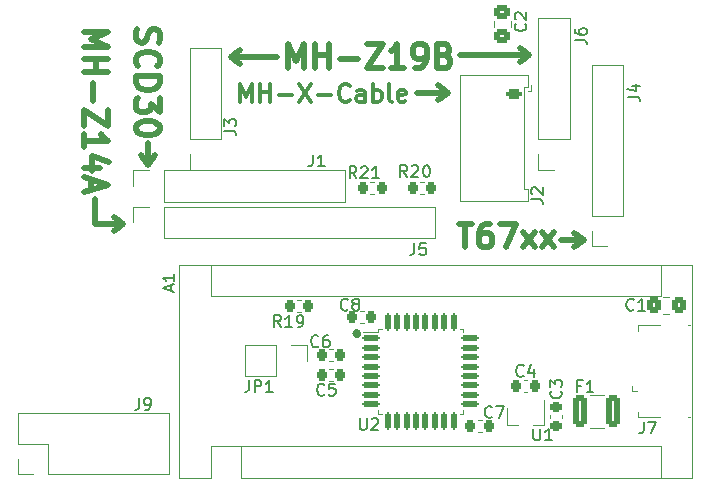
<source format=gbr>
%TF.GenerationSoftware,KiCad,Pcbnew,5.99.0-unknown-04793924d~104~ubuntu20.04.1*%
%TF.CreationDate,2020-11-08T20:52:43+01:00*%
%TF.ProjectId,co2mon,636f326d-6f6e-42e6-9b69-6361645f7063,rev?*%
%TF.SameCoordinates,Original*%
%TF.FileFunction,Legend,Top*%
%TF.FilePolarity,Positive*%
%FSLAX46Y46*%
G04 Gerber Fmt 4.6, Leading zero omitted, Abs format (unit mm)*
G04 Created by KiCad (PCBNEW 5.99.0-unknown-04793924d~104~ubuntu20.04.1) date 2020-11-08 20:52:43*
%MOMM*%
%LPD*%
G01*
G04 APERTURE LIST*
G04 Aperture macros list*
%AMRoundRect*
0 Rectangle with rounded corners*
0 $1 Rounding radius*
0 $2 $3 $4 $5 $6 $7 $8 $9 X,Y pos of 4 corners*
0 Add a 4 corners polygon primitive as box body*
4,1,4,$2,$3,$4,$5,$6,$7,$8,$9,$2,$3,0*
0 Add four circle primitives for the rounded corners*
1,1,$1+$1,$2,$3,0*
1,1,$1+$1,$4,$5,0*
1,1,$1+$1,$6,$7,0*
1,1,$1+$1,$8,$9,0*
0 Add four rect primitives between the rounded corners*
20,1,$1+$1,$2,$3,$4,$5,0*
20,1,$1+$1,$4,$5,$6,$7,0*
20,1,$1+$1,$6,$7,$8,$9,0*
20,1,$1+$1,$8,$9,$2,$3,0*%
G04 Aperture macros list end*
%ADD10C,0.500000*%
%ADD11C,0.300000*%
%ADD12C,0.375000*%
%ADD13C,0.150000*%
%ADD14C,0.120000*%
%ADD15R,1.700000X1.700000*%
%ADD16O,1.700000X1.700000*%
%ADD17C,1.500000*%
%ADD18C,3.200000*%
%ADD19RoundRect,0.125000X-0.625000X-0.125000X0.625000X-0.125000X0.625000X0.125000X-0.625000X0.125000X0*%
%ADD20RoundRect,0.125000X-0.125000X-0.625000X0.125000X-0.625000X0.125000X0.625000X-0.125000X0.625000X0*%
%ADD21RoundRect,0.218750X0.218750X0.256250X-0.218750X0.256250X-0.218750X-0.256250X0.218750X-0.256250X0*%
%ADD22R,1.600000X1.600000*%
%ADD23O,1.600000X1.600000*%
%ADD24RoundRect,0.218750X-0.218750X-0.256250X0.218750X-0.256250X0.218750X0.256250X-0.218750X0.256250X0*%
%ADD25RoundRect,0.250000X0.450000X-0.325000X0.450000X0.325000X-0.450000X0.325000X-0.450000X-0.325000X0*%
%ADD26RoundRect,0.218750X-0.256250X0.218750X-0.256250X-0.218750X0.256250X-0.218750X0.256250X0.218750X0*%
%ADD27RoundRect,0.250000X0.325000X0.450000X-0.325000X0.450000X-0.325000X-0.450000X0.325000X-0.450000X0*%
%ADD28RoundRect,0.200000X-0.450000X0.200000X-0.450000X-0.200000X0.450000X-0.200000X0.450000X0.200000X0*%
%ADD29O,1.300000X0.800000*%
%ADD30RoundRect,0.250000X-0.375000X-1.075000X0.375000X-1.075000X0.375000X1.075000X-0.375000X1.075000X0*%
%ADD31R,1.350000X0.400000*%
%ADD32C,1.450000*%
%ADD33R,1.900000X1.200000*%
%ADD34R,1.900000X1.500000*%
%ADD35O,1.900000X1.200000*%
%ADD36R,0.800000X0.900000*%
G04 APERTURE END LIST*
D10*
X136900000Y-115800000D02*
X138700000Y-115800000D01*
X99800000Y-114400000D02*
X99000000Y-113800000D01*
X101900000Y-109400000D02*
X102500000Y-108600000D01*
X109700000Y-99700000D02*
X108900000Y-100300000D01*
X138800000Y-115800000D02*
X138000000Y-115200000D01*
X109000000Y-100300000D02*
X112800000Y-100300000D01*
X134200000Y-100100000D02*
X133400000Y-99500000D01*
X99800000Y-114400000D02*
X97400000Y-114400000D01*
X108900000Y-100300000D02*
X109700000Y-100900000D01*
X133400000Y-100700000D02*
X134200000Y-100100000D01*
X97400000Y-114400000D02*
X97400000Y-112300000D01*
X127300000Y-103300000D02*
X126500000Y-102700000D01*
X101900000Y-109400000D02*
X101900000Y-107600000D01*
X138000000Y-116400000D02*
X138800000Y-115800000D01*
X127200000Y-103300000D02*
X124700000Y-103300000D01*
X101300000Y-108600000D02*
X101900000Y-109400000D01*
X126500000Y-103900000D02*
X127300000Y-103300000D01*
X99000000Y-115000000D02*
X99800000Y-114400000D01*
X128300000Y-100100000D02*
X134100000Y-100100000D01*
D11*
X119816227Y-123700000D02*
G75*
G03*
X119816227Y-123700000I-216227J0D01*
G01*
D10*
X100990476Y-97923809D02*
X100895238Y-98209523D01*
X100895238Y-98685714D01*
X100990476Y-98876190D01*
X101085714Y-98971428D01*
X101276190Y-99066666D01*
X101466666Y-99066666D01*
X101657142Y-98971428D01*
X101752380Y-98876190D01*
X101847619Y-98685714D01*
X101942857Y-98304761D01*
X102038095Y-98114285D01*
X102133333Y-98019047D01*
X102323809Y-97923809D01*
X102514285Y-97923809D01*
X102704761Y-98019047D01*
X102800000Y-98114285D01*
X102895238Y-98304761D01*
X102895238Y-98780952D01*
X102800000Y-99066666D01*
X101085714Y-101066666D02*
X100990476Y-100971428D01*
X100895238Y-100685714D01*
X100895238Y-100495238D01*
X100990476Y-100209523D01*
X101180952Y-100019047D01*
X101371428Y-99923809D01*
X101752380Y-99828571D01*
X102038095Y-99828571D01*
X102419047Y-99923809D01*
X102609523Y-100019047D01*
X102800000Y-100209523D01*
X102895238Y-100495238D01*
X102895238Y-100685714D01*
X102800000Y-100971428D01*
X102704761Y-101066666D01*
X100895238Y-101923809D02*
X102895238Y-101923809D01*
X102895238Y-102400000D01*
X102800000Y-102685714D01*
X102609523Y-102876190D01*
X102419047Y-102971428D01*
X102038095Y-103066666D01*
X101752380Y-103066666D01*
X101371428Y-102971428D01*
X101180952Y-102876190D01*
X100990476Y-102685714D01*
X100895238Y-102400000D01*
X100895238Y-101923809D01*
X102895238Y-103733333D02*
X102895238Y-104971428D01*
X102133333Y-104304761D01*
X102133333Y-104590476D01*
X102038095Y-104780952D01*
X101942857Y-104876190D01*
X101752380Y-104971428D01*
X101276190Y-104971428D01*
X101085714Y-104876190D01*
X100990476Y-104780952D01*
X100895238Y-104590476D01*
X100895238Y-104019047D01*
X100990476Y-103828571D01*
X101085714Y-103733333D01*
X102895238Y-106209523D02*
X102895238Y-106400000D01*
X102800000Y-106590476D01*
X102704761Y-106685714D01*
X102514285Y-106780952D01*
X102133333Y-106876190D01*
X101657142Y-106876190D01*
X101276190Y-106780952D01*
X101085714Y-106685714D01*
X100990476Y-106590476D01*
X100895238Y-106400000D01*
X100895238Y-106209523D01*
X100990476Y-106019047D01*
X101085714Y-105923809D01*
X101276190Y-105828571D01*
X101657142Y-105733333D01*
X102133333Y-105733333D01*
X102514285Y-105828571D01*
X102704761Y-105923809D01*
X102800000Y-106019047D01*
X102895238Y-106209523D01*
D12*
X109699107Y-104078571D02*
X109699107Y-102578571D01*
X110199107Y-103650000D01*
X110699107Y-102578571D01*
X110699107Y-104078571D01*
X111413392Y-104078571D02*
X111413392Y-102578571D01*
X111413392Y-103292857D02*
X112270535Y-103292857D01*
X112270535Y-104078571D02*
X112270535Y-102578571D01*
X112984821Y-103507142D02*
X114127678Y-103507142D01*
X114699107Y-102578571D02*
X115699107Y-104078571D01*
X115699107Y-102578571D02*
X114699107Y-104078571D01*
X116270535Y-103507142D02*
X117413392Y-103507142D01*
X118984821Y-103935714D02*
X118913392Y-104007142D01*
X118699107Y-104078571D01*
X118556250Y-104078571D01*
X118341964Y-104007142D01*
X118199107Y-103864285D01*
X118127678Y-103721428D01*
X118056250Y-103435714D01*
X118056250Y-103221428D01*
X118127678Y-102935714D01*
X118199107Y-102792857D01*
X118341964Y-102650000D01*
X118556250Y-102578571D01*
X118699107Y-102578571D01*
X118913392Y-102650000D01*
X118984821Y-102721428D01*
X120270535Y-104078571D02*
X120270535Y-103292857D01*
X120199107Y-103150000D01*
X120056250Y-103078571D01*
X119770535Y-103078571D01*
X119627678Y-103150000D01*
X120270535Y-104007142D02*
X120127678Y-104078571D01*
X119770535Y-104078571D01*
X119627678Y-104007142D01*
X119556250Y-103864285D01*
X119556250Y-103721428D01*
X119627678Y-103578571D01*
X119770535Y-103507142D01*
X120127678Y-103507142D01*
X120270535Y-103435714D01*
X120984821Y-104078571D02*
X120984821Y-102578571D01*
X120984821Y-103150000D02*
X121127678Y-103078571D01*
X121413392Y-103078571D01*
X121556250Y-103150000D01*
X121627678Y-103221428D01*
X121699107Y-103364285D01*
X121699107Y-103792857D01*
X121627678Y-103935714D01*
X121556250Y-104007142D01*
X121413392Y-104078571D01*
X121127678Y-104078571D01*
X120984821Y-104007142D01*
X122556250Y-104078571D02*
X122413392Y-104007142D01*
X122341964Y-103864285D01*
X122341964Y-102578571D01*
X123699107Y-104007142D02*
X123556250Y-104078571D01*
X123270535Y-104078571D01*
X123127678Y-104007142D01*
X123056250Y-103864285D01*
X123056250Y-103292857D01*
X123127678Y-103150000D01*
X123270535Y-103078571D01*
X123556250Y-103078571D01*
X123699107Y-103150000D01*
X123770535Y-103292857D01*
X123770535Y-103435714D01*
X123056250Y-103578571D01*
D10*
X96495238Y-98133333D02*
X98495238Y-98133333D01*
X97066666Y-98800000D01*
X98495238Y-99466666D01*
X96495238Y-99466666D01*
X96495238Y-100419047D02*
X98495238Y-100419047D01*
X97542857Y-100419047D02*
X97542857Y-101561904D01*
X96495238Y-101561904D02*
X98495238Y-101561904D01*
X97257142Y-102514285D02*
X97257142Y-104038095D01*
X98495238Y-104800000D02*
X98495238Y-106133333D01*
X96495238Y-104800000D01*
X96495238Y-106133333D01*
X96495238Y-107942857D02*
X96495238Y-106800000D01*
X96495238Y-107371428D02*
X98495238Y-107371428D01*
X98209523Y-107180952D01*
X98019047Y-106990476D01*
X97923809Y-106800000D01*
X97828571Y-109657142D02*
X96495238Y-109657142D01*
X98590476Y-109180952D02*
X97161904Y-108704761D01*
X97161904Y-109942857D01*
X97066666Y-110609523D02*
X97066666Y-111561904D01*
X96495238Y-110419047D02*
X98495238Y-111085714D01*
X96495238Y-111752380D01*
X128204761Y-114404761D02*
X129347619Y-114404761D01*
X128776190Y-116404761D02*
X128776190Y-114404761D01*
X130871428Y-114404761D02*
X130490476Y-114404761D01*
X130300000Y-114500000D01*
X130204761Y-114595238D01*
X130014285Y-114880952D01*
X129919047Y-115261904D01*
X129919047Y-116023809D01*
X130014285Y-116214285D01*
X130109523Y-116309523D01*
X130300000Y-116404761D01*
X130680952Y-116404761D01*
X130871428Y-116309523D01*
X130966666Y-116214285D01*
X131061904Y-116023809D01*
X131061904Y-115547619D01*
X130966666Y-115357142D01*
X130871428Y-115261904D01*
X130680952Y-115166666D01*
X130300000Y-115166666D01*
X130109523Y-115261904D01*
X130014285Y-115357142D01*
X129919047Y-115547619D01*
X131728571Y-114404761D02*
X133061904Y-114404761D01*
X132204761Y-116404761D01*
X133633333Y-116404761D02*
X134680952Y-115071428D01*
X133633333Y-115071428D02*
X134680952Y-116404761D01*
X135252380Y-116404761D02*
X136300000Y-115071428D01*
X135252380Y-115071428D02*
X136300000Y-116404761D01*
X113790476Y-101204761D02*
X113790476Y-99204761D01*
X114457142Y-100633333D01*
X115123809Y-99204761D01*
X115123809Y-101204761D01*
X116076190Y-101204761D02*
X116076190Y-99204761D01*
X116076190Y-100157142D02*
X117219047Y-100157142D01*
X117219047Y-101204761D02*
X117219047Y-99204761D01*
X118171428Y-100442857D02*
X119695238Y-100442857D01*
X120457142Y-99204761D02*
X121790476Y-99204761D01*
X120457142Y-101204761D01*
X121790476Y-101204761D01*
X123600000Y-101204761D02*
X122457142Y-101204761D01*
X123028571Y-101204761D02*
X123028571Y-99204761D01*
X122838095Y-99490476D01*
X122647619Y-99680952D01*
X122457142Y-99776190D01*
X124552380Y-101204761D02*
X124933333Y-101204761D01*
X125123809Y-101109523D01*
X125219047Y-101014285D01*
X125409523Y-100728571D01*
X125504761Y-100347619D01*
X125504761Y-99585714D01*
X125409523Y-99395238D01*
X125314285Y-99300000D01*
X125123809Y-99204761D01*
X124742857Y-99204761D01*
X124552380Y-99300000D01*
X124457142Y-99395238D01*
X124361904Y-99585714D01*
X124361904Y-100061904D01*
X124457142Y-100252380D01*
X124552380Y-100347619D01*
X124742857Y-100442857D01*
X125123809Y-100442857D01*
X125314285Y-100347619D01*
X125409523Y-100252380D01*
X125504761Y-100061904D01*
X127028571Y-100157142D02*
X127314285Y-100252380D01*
X127409523Y-100347619D01*
X127504761Y-100538095D01*
X127504761Y-100823809D01*
X127409523Y-101014285D01*
X127314285Y-101109523D01*
X127123809Y-101204761D01*
X126361904Y-101204761D01*
X126361904Y-99204761D01*
X127028571Y-99204761D01*
X127219047Y-99300000D01*
X127314285Y-99395238D01*
X127409523Y-99585714D01*
X127409523Y-99776190D01*
X127314285Y-99966666D01*
X127219047Y-100061904D01*
X127028571Y-100157142D01*
X126361904Y-100157142D01*
D13*
%TO.C,J4*%
X142552380Y-103633333D02*
X143266666Y-103633333D01*
X143409523Y-103680952D01*
X143504761Y-103776190D01*
X143552380Y-103919047D01*
X143552380Y-104014285D01*
X142885714Y-102728571D02*
X143552380Y-102728571D01*
X142504761Y-102966666D02*
X143219047Y-103204761D01*
X143219047Y-102585714D01*
%TO.C,JP1*%
X110466666Y-127652380D02*
X110466666Y-128366666D01*
X110419047Y-128509523D01*
X110323809Y-128604761D01*
X110180952Y-128652380D01*
X110085714Y-128652380D01*
X110942857Y-128652380D02*
X110942857Y-127652380D01*
X111323809Y-127652380D01*
X111419047Y-127700000D01*
X111466666Y-127747619D01*
X111514285Y-127842857D01*
X111514285Y-127985714D01*
X111466666Y-128080952D01*
X111419047Y-128128571D01*
X111323809Y-128176190D01*
X110942857Y-128176190D01*
X112466666Y-128652380D02*
X111895238Y-128652380D01*
X112180952Y-128652380D02*
X112180952Y-127652380D01*
X112085714Y-127795238D01*
X111990476Y-127890476D01*
X111895238Y-127938095D01*
%TO.C,U2*%
X119838095Y-130852380D02*
X119838095Y-131661904D01*
X119885714Y-131757142D01*
X119933333Y-131804761D01*
X120028571Y-131852380D01*
X120219047Y-131852380D01*
X120314285Y-131804761D01*
X120361904Y-131757142D01*
X120409523Y-131661904D01*
X120409523Y-130852380D01*
X120838095Y-130947619D02*
X120885714Y-130900000D01*
X120980952Y-130852380D01*
X121219047Y-130852380D01*
X121314285Y-130900000D01*
X121361904Y-130947619D01*
X121409523Y-131042857D01*
X121409523Y-131138095D01*
X121361904Y-131280952D01*
X120790476Y-131852380D01*
X121409523Y-131852380D01*
%TO.C,C5*%
X116833333Y-128857142D02*
X116785714Y-128904761D01*
X116642857Y-128952380D01*
X116547619Y-128952380D01*
X116404761Y-128904761D01*
X116309523Y-128809523D01*
X116261904Y-128714285D01*
X116214285Y-128523809D01*
X116214285Y-128380952D01*
X116261904Y-128190476D01*
X116309523Y-128095238D01*
X116404761Y-128000000D01*
X116547619Y-127952380D01*
X116642857Y-127952380D01*
X116785714Y-128000000D01*
X116833333Y-128047619D01*
X117738095Y-127952380D02*
X117261904Y-127952380D01*
X117214285Y-128428571D01*
X117261904Y-128380952D01*
X117357142Y-128333333D01*
X117595238Y-128333333D01*
X117690476Y-128380952D01*
X117738095Y-128428571D01*
X117785714Y-128523809D01*
X117785714Y-128761904D01*
X117738095Y-128857142D01*
X117690476Y-128904761D01*
X117595238Y-128952380D01*
X117357142Y-128952380D01*
X117261904Y-128904761D01*
X117214285Y-128857142D01*
%TO.C,A1*%
X103866666Y-120114285D02*
X103866666Y-119638095D01*
X104152380Y-120209523D02*
X103152380Y-119876190D01*
X104152380Y-119542857D01*
X104152380Y-118685714D02*
X104152380Y-119257142D01*
X104152380Y-118971428D02*
X103152380Y-118971428D01*
X103295238Y-119066666D01*
X103390476Y-119161904D01*
X103438095Y-119257142D01*
%TO.C,R19*%
X113157142Y-123152380D02*
X112823809Y-122676190D01*
X112585714Y-123152380D02*
X112585714Y-122152380D01*
X112966666Y-122152380D01*
X113061904Y-122200000D01*
X113109523Y-122247619D01*
X113157142Y-122342857D01*
X113157142Y-122485714D01*
X113109523Y-122580952D01*
X113061904Y-122628571D01*
X112966666Y-122676190D01*
X112585714Y-122676190D01*
X114109523Y-123152380D02*
X113538095Y-123152380D01*
X113823809Y-123152380D02*
X113823809Y-122152380D01*
X113728571Y-122295238D01*
X113633333Y-122390476D01*
X113538095Y-122438095D01*
X114585714Y-123152380D02*
X114776190Y-123152380D01*
X114871428Y-123104761D01*
X114919047Y-123057142D01*
X115014285Y-122914285D01*
X115061904Y-122723809D01*
X115061904Y-122342857D01*
X115014285Y-122247619D01*
X114966666Y-122200000D01*
X114871428Y-122152380D01*
X114680952Y-122152380D01*
X114585714Y-122200000D01*
X114538095Y-122247619D01*
X114490476Y-122342857D01*
X114490476Y-122580952D01*
X114538095Y-122676190D01*
X114585714Y-122723809D01*
X114680952Y-122771428D01*
X114871428Y-122771428D01*
X114966666Y-122723809D01*
X115014285Y-122676190D01*
X115061904Y-122580952D01*
%TO.C,C2*%
X133857142Y-97466666D02*
X133904761Y-97514285D01*
X133952380Y-97657142D01*
X133952380Y-97752380D01*
X133904761Y-97895238D01*
X133809523Y-97990476D01*
X133714285Y-98038095D01*
X133523809Y-98085714D01*
X133380952Y-98085714D01*
X133190476Y-98038095D01*
X133095238Y-97990476D01*
X133000000Y-97895238D01*
X132952380Y-97752380D01*
X132952380Y-97657142D01*
X133000000Y-97514285D01*
X133047619Y-97466666D01*
X133047619Y-97085714D02*
X133000000Y-97038095D01*
X132952380Y-96942857D01*
X132952380Y-96704761D01*
X133000000Y-96609523D01*
X133047619Y-96561904D01*
X133142857Y-96514285D01*
X133238095Y-96514285D01*
X133380952Y-96561904D01*
X133952380Y-97133333D01*
X133952380Y-96514285D01*
%TO.C,C3*%
X136857142Y-128566666D02*
X136904761Y-128614285D01*
X136952380Y-128757142D01*
X136952380Y-128852380D01*
X136904761Y-128995238D01*
X136809523Y-129090476D01*
X136714285Y-129138095D01*
X136523809Y-129185714D01*
X136380952Y-129185714D01*
X136190476Y-129138095D01*
X136095238Y-129090476D01*
X136000000Y-128995238D01*
X135952380Y-128852380D01*
X135952380Y-128757142D01*
X136000000Y-128614285D01*
X136047619Y-128566666D01*
X135952380Y-128233333D02*
X135952380Y-127614285D01*
X136333333Y-127947619D01*
X136333333Y-127804761D01*
X136380952Y-127709523D01*
X136428571Y-127661904D01*
X136523809Y-127614285D01*
X136761904Y-127614285D01*
X136857142Y-127661904D01*
X136904761Y-127709523D01*
X136952380Y-127804761D01*
X136952380Y-128090476D01*
X136904761Y-128185714D01*
X136857142Y-128233333D01*
%TO.C,J3*%
X108352380Y-106533333D02*
X109066666Y-106533333D01*
X109209523Y-106580952D01*
X109304761Y-106676190D01*
X109352380Y-106819047D01*
X109352380Y-106914285D01*
X108352380Y-106152380D02*
X108352380Y-105533333D01*
X108733333Y-105866666D01*
X108733333Y-105723809D01*
X108780952Y-105628571D01*
X108828571Y-105580952D01*
X108923809Y-105533333D01*
X109161904Y-105533333D01*
X109257142Y-105580952D01*
X109304761Y-105628571D01*
X109352380Y-105723809D01*
X109352380Y-106009523D01*
X109304761Y-106104761D01*
X109257142Y-106152380D01*
%TO.C,R21*%
X119557142Y-110552380D02*
X119223809Y-110076190D01*
X118985714Y-110552380D02*
X118985714Y-109552380D01*
X119366666Y-109552380D01*
X119461904Y-109600000D01*
X119509523Y-109647619D01*
X119557142Y-109742857D01*
X119557142Y-109885714D01*
X119509523Y-109980952D01*
X119461904Y-110028571D01*
X119366666Y-110076190D01*
X118985714Y-110076190D01*
X119938095Y-109647619D02*
X119985714Y-109600000D01*
X120080952Y-109552380D01*
X120319047Y-109552380D01*
X120414285Y-109600000D01*
X120461904Y-109647619D01*
X120509523Y-109742857D01*
X120509523Y-109838095D01*
X120461904Y-109980952D01*
X119890476Y-110552380D01*
X120509523Y-110552380D01*
X121461904Y-110552380D02*
X120890476Y-110552380D01*
X121176190Y-110552380D02*
X121176190Y-109552380D01*
X121080952Y-109695238D01*
X120985714Y-109790476D01*
X120890476Y-109838095D01*
%TO.C,J5*%
X124466666Y-116052380D02*
X124466666Y-116766666D01*
X124419047Y-116909523D01*
X124323809Y-117004761D01*
X124180952Y-117052380D01*
X124085714Y-117052380D01*
X125419047Y-116052380D02*
X124942857Y-116052380D01*
X124895238Y-116528571D01*
X124942857Y-116480952D01*
X125038095Y-116433333D01*
X125276190Y-116433333D01*
X125371428Y-116480952D01*
X125419047Y-116528571D01*
X125466666Y-116623809D01*
X125466666Y-116861904D01*
X125419047Y-116957142D01*
X125371428Y-117004761D01*
X125276190Y-117052380D01*
X125038095Y-117052380D01*
X124942857Y-117004761D01*
X124895238Y-116957142D01*
%TO.C,C6*%
X116333333Y-124757142D02*
X116285714Y-124804761D01*
X116142857Y-124852380D01*
X116047619Y-124852380D01*
X115904761Y-124804761D01*
X115809523Y-124709523D01*
X115761904Y-124614285D01*
X115714285Y-124423809D01*
X115714285Y-124280952D01*
X115761904Y-124090476D01*
X115809523Y-123995238D01*
X115904761Y-123900000D01*
X116047619Y-123852380D01*
X116142857Y-123852380D01*
X116285714Y-123900000D01*
X116333333Y-123947619D01*
X117190476Y-123852380D02*
X117000000Y-123852380D01*
X116904761Y-123900000D01*
X116857142Y-123947619D01*
X116761904Y-124090476D01*
X116714285Y-124280952D01*
X116714285Y-124661904D01*
X116761904Y-124757142D01*
X116809523Y-124804761D01*
X116904761Y-124852380D01*
X117095238Y-124852380D01*
X117190476Y-124804761D01*
X117238095Y-124757142D01*
X117285714Y-124661904D01*
X117285714Y-124423809D01*
X117238095Y-124328571D01*
X117190476Y-124280952D01*
X117095238Y-124233333D01*
X116904761Y-124233333D01*
X116809523Y-124280952D01*
X116761904Y-124328571D01*
X116714285Y-124423809D01*
%TO.C,C8*%
X118833333Y-121657142D02*
X118785714Y-121704761D01*
X118642857Y-121752380D01*
X118547619Y-121752380D01*
X118404761Y-121704761D01*
X118309523Y-121609523D01*
X118261904Y-121514285D01*
X118214285Y-121323809D01*
X118214285Y-121180952D01*
X118261904Y-120990476D01*
X118309523Y-120895238D01*
X118404761Y-120800000D01*
X118547619Y-120752380D01*
X118642857Y-120752380D01*
X118785714Y-120800000D01*
X118833333Y-120847619D01*
X119404761Y-121180952D02*
X119309523Y-121133333D01*
X119261904Y-121085714D01*
X119214285Y-120990476D01*
X119214285Y-120942857D01*
X119261904Y-120847619D01*
X119309523Y-120800000D01*
X119404761Y-120752380D01*
X119595238Y-120752380D01*
X119690476Y-120800000D01*
X119738095Y-120847619D01*
X119785714Y-120942857D01*
X119785714Y-120990476D01*
X119738095Y-121085714D01*
X119690476Y-121133333D01*
X119595238Y-121180952D01*
X119404761Y-121180952D01*
X119309523Y-121228571D01*
X119261904Y-121276190D01*
X119214285Y-121371428D01*
X119214285Y-121561904D01*
X119261904Y-121657142D01*
X119309523Y-121704761D01*
X119404761Y-121752380D01*
X119595238Y-121752380D01*
X119690476Y-121704761D01*
X119738095Y-121657142D01*
X119785714Y-121561904D01*
X119785714Y-121371428D01*
X119738095Y-121276190D01*
X119690476Y-121228571D01*
X119595238Y-121180952D01*
%TO.C,J9*%
X101166666Y-129152380D02*
X101166666Y-129866666D01*
X101119047Y-130009523D01*
X101023809Y-130104761D01*
X100880952Y-130152380D01*
X100785714Y-130152380D01*
X101690476Y-130152380D02*
X101880952Y-130152380D01*
X101976190Y-130104761D01*
X102023809Y-130057142D01*
X102119047Y-129914285D01*
X102166666Y-129723809D01*
X102166666Y-129342857D01*
X102119047Y-129247619D01*
X102071428Y-129200000D01*
X101976190Y-129152380D01*
X101785714Y-129152380D01*
X101690476Y-129200000D01*
X101642857Y-129247619D01*
X101595238Y-129342857D01*
X101595238Y-129580952D01*
X101642857Y-129676190D01*
X101690476Y-129723809D01*
X101785714Y-129771428D01*
X101976190Y-129771428D01*
X102071428Y-129723809D01*
X102119047Y-129676190D01*
X102166666Y-129580952D01*
%TO.C,C4*%
X133703333Y-127257142D02*
X133655714Y-127304761D01*
X133512857Y-127352380D01*
X133417619Y-127352380D01*
X133274761Y-127304761D01*
X133179523Y-127209523D01*
X133131904Y-127114285D01*
X133084285Y-126923809D01*
X133084285Y-126780952D01*
X133131904Y-126590476D01*
X133179523Y-126495238D01*
X133274761Y-126400000D01*
X133417619Y-126352380D01*
X133512857Y-126352380D01*
X133655714Y-126400000D01*
X133703333Y-126447619D01*
X134560476Y-126685714D02*
X134560476Y-127352380D01*
X134322380Y-126304761D02*
X134084285Y-127019047D01*
X134703333Y-127019047D01*
%TO.C,C1*%
X143033333Y-121657142D02*
X142985714Y-121704761D01*
X142842857Y-121752380D01*
X142747619Y-121752380D01*
X142604761Y-121704761D01*
X142509523Y-121609523D01*
X142461904Y-121514285D01*
X142414285Y-121323809D01*
X142414285Y-121180952D01*
X142461904Y-120990476D01*
X142509523Y-120895238D01*
X142604761Y-120800000D01*
X142747619Y-120752380D01*
X142842857Y-120752380D01*
X142985714Y-120800000D01*
X143033333Y-120847619D01*
X143985714Y-121752380D02*
X143414285Y-121752380D01*
X143700000Y-121752380D02*
X143700000Y-120752380D01*
X143604761Y-120895238D01*
X143509523Y-120990476D01*
X143414285Y-121038095D01*
%TO.C,J2*%
X134352380Y-112333333D02*
X135066666Y-112333333D01*
X135209523Y-112380952D01*
X135304761Y-112476190D01*
X135352380Y-112619047D01*
X135352380Y-112714285D01*
X134447619Y-111904761D02*
X134400000Y-111857142D01*
X134352380Y-111761904D01*
X134352380Y-111523809D01*
X134400000Y-111428571D01*
X134447619Y-111380952D01*
X134542857Y-111333333D01*
X134638095Y-111333333D01*
X134780952Y-111380952D01*
X135352380Y-111952380D01*
X135352380Y-111333333D01*
%TO.C,F1*%
X138566666Y-128128571D02*
X138233333Y-128128571D01*
X138233333Y-128652380D02*
X138233333Y-127652380D01*
X138709523Y-127652380D01*
X139614285Y-128652380D02*
X139042857Y-128652380D01*
X139328571Y-128652380D02*
X139328571Y-127652380D01*
X139233333Y-127795238D01*
X139138095Y-127890476D01*
X139042857Y-127938095D01*
%TO.C,J6*%
X138052380Y-98833333D02*
X138766666Y-98833333D01*
X138909523Y-98880952D01*
X139004761Y-98976190D01*
X139052380Y-99119047D01*
X139052380Y-99214285D01*
X138052380Y-97928571D02*
X138052380Y-98119047D01*
X138100000Y-98214285D01*
X138147619Y-98261904D01*
X138290476Y-98357142D01*
X138480952Y-98404761D01*
X138861904Y-98404761D01*
X138957142Y-98357142D01*
X139004761Y-98309523D01*
X139052380Y-98214285D01*
X139052380Y-98023809D01*
X139004761Y-97928571D01*
X138957142Y-97880952D01*
X138861904Y-97833333D01*
X138623809Y-97833333D01*
X138528571Y-97880952D01*
X138480952Y-97928571D01*
X138433333Y-98023809D01*
X138433333Y-98214285D01*
X138480952Y-98309523D01*
X138528571Y-98357142D01*
X138623809Y-98404761D01*
%TO.C,J7*%
X143866666Y-131152380D02*
X143866666Y-131866666D01*
X143819047Y-132009523D01*
X143723809Y-132104761D01*
X143580952Y-132152380D01*
X143485714Y-132152380D01*
X144247619Y-131152380D02*
X144914285Y-131152380D01*
X144485714Y-132152380D01*
%TO.C,J1*%
X115866666Y-108552380D02*
X115866666Y-109266666D01*
X115819047Y-109409523D01*
X115723809Y-109504761D01*
X115580952Y-109552380D01*
X115485714Y-109552380D01*
X116866666Y-109552380D02*
X116295238Y-109552380D01*
X116580952Y-109552380D02*
X116580952Y-108552380D01*
X116485714Y-108695238D01*
X116390476Y-108790476D01*
X116295238Y-108838095D01*
%TO.C,U1*%
X134538095Y-131752380D02*
X134538095Y-132561904D01*
X134585714Y-132657142D01*
X134633333Y-132704761D01*
X134728571Y-132752380D01*
X134919047Y-132752380D01*
X135014285Y-132704761D01*
X135061904Y-132657142D01*
X135109523Y-132561904D01*
X135109523Y-131752380D01*
X136109523Y-132752380D02*
X135538095Y-132752380D01*
X135823809Y-132752380D02*
X135823809Y-131752380D01*
X135728571Y-131895238D01*
X135633333Y-131990476D01*
X135538095Y-132038095D01*
%TO.C,R20*%
X123857142Y-110452380D02*
X123523809Y-109976190D01*
X123285714Y-110452380D02*
X123285714Y-109452380D01*
X123666666Y-109452380D01*
X123761904Y-109500000D01*
X123809523Y-109547619D01*
X123857142Y-109642857D01*
X123857142Y-109785714D01*
X123809523Y-109880952D01*
X123761904Y-109928571D01*
X123666666Y-109976190D01*
X123285714Y-109976190D01*
X124238095Y-109547619D02*
X124285714Y-109500000D01*
X124380952Y-109452380D01*
X124619047Y-109452380D01*
X124714285Y-109500000D01*
X124761904Y-109547619D01*
X124809523Y-109642857D01*
X124809523Y-109738095D01*
X124761904Y-109880952D01*
X124190476Y-110452380D01*
X124809523Y-110452380D01*
X125428571Y-109452380D02*
X125523809Y-109452380D01*
X125619047Y-109500000D01*
X125666666Y-109547619D01*
X125714285Y-109642857D01*
X125761904Y-109833333D01*
X125761904Y-110071428D01*
X125714285Y-110261904D01*
X125666666Y-110357142D01*
X125619047Y-110404761D01*
X125523809Y-110452380D01*
X125428571Y-110452380D01*
X125333333Y-110404761D01*
X125285714Y-110357142D01*
X125238095Y-110261904D01*
X125190476Y-110071428D01*
X125190476Y-109833333D01*
X125238095Y-109642857D01*
X125285714Y-109547619D01*
X125333333Y-109500000D01*
X125428571Y-109452380D01*
%TO.C,C7*%
X131033333Y-130757142D02*
X130985714Y-130804761D01*
X130842857Y-130852380D01*
X130747619Y-130852380D01*
X130604761Y-130804761D01*
X130509523Y-130709523D01*
X130461904Y-130614285D01*
X130414285Y-130423809D01*
X130414285Y-130280952D01*
X130461904Y-130090476D01*
X130509523Y-129995238D01*
X130604761Y-129900000D01*
X130747619Y-129852380D01*
X130842857Y-129852380D01*
X130985714Y-129900000D01*
X131033333Y-129947619D01*
X131366666Y-129852380D02*
X132033333Y-129852380D01*
X131604761Y-130852380D01*
D14*
%TO.C,J4*%
X139470000Y-116330000D02*
X139470000Y-115000000D01*
X142130000Y-100970000D02*
X139470000Y-100970000D01*
X139470000Y-113730000D02*
X139470000Y-100970000D01*
X142130000Y-113730000D02*
X139470000Y-113730000D01*
X142130000Y-113730000D02*
X142130000Y-100970000D01*
X140800000Y-116330000D02*
X139470000Y-116330000D01*
%TO.C,JP1*%
X114000000Y-124670000D02*
X115330000Y-124670000D01*
X110130000Y-124670000D02*
X110130000Y-127330000D01*
X112730000Y-127330000D02*
X110130000Y-127330000D01*
X112730000Y-124670000D02*
X112730000Y-127330000D01*
X112730000Y-124670000D02*
X110130000Y-124670000D01*
X115330000Y-124670000D02*
X115330000Y-126000000D01*
%TO.C,U2*%
X128310000Y-123290000D02*
X128610000Y-123290000D01*
X128310000Y-130510000D02*
X128610000Y-130510000D01*
X121390000Y-123590000D02*
X120075000Y-123590000D01*
X121690000Y-130510000D02*
X121390000Y-130510000D01*
X128610000Y-123290000D02*
X128610000Y-123590000D01*
X121390000Y-123290000D02*
X121390000Y-123590000D01*
X121390000Y-130510000D02*
X121390000Y-130210000D01*
X128610000Y-130510000D02*
X128610000Y-130210000D01*
X121690000Y-123290000D02*
X121390000Y-123290000D01*
%TO.C,C5*%
X117562779Y-124990000D02*
X117237221Y-124990000D01*
X117562779Y-126010000D02*
X117237221Y-126010000D01*
%TO.C,A1*%
X109770000Y-133230000D02*
X109770000Y-135900000D01*
X109770000Y-135900000D02*
X148000000Y-135900000D01*
X107230000Y-133230000D02*
X107230000Y-135900000D01*
X107230000Y-120530000D02*
X107230000Y-117860000D01*
X148000000Y-117860000D02*
X104560000Y-117860000D01*
X107230000Y-120530000D02*
X145330000Y-120530000D01*
X145330000Y-133230000D02*
X145330000Y-135900000D01*
X104560000Y-117860000D02*
X104560000Y-135900000D01*
X104560000Y-135900000D02*
X107230000Y-135900000D01*
X109770000Y-133230000D02*
X107230000Y-133230000D01*
X109770000Y-133230000D02*
X145330000Y-133230000D01*
X145330000Y-120530000D02*
X145330000Y-117860000D01*
X148000000Y-135900000D02*
X148000000Y-117860000D01*
%TO.C,R19*%
X114537221Y-120890000D02*
X114862779Y-120890000D01*
X114537221Y-121910000D02*
X114862779Y-121910000D01*
%TO.C,C2*%
X132610000Y-97761252D02*
X132610000Y-97238748D01*
X131190000Y-97761252D02*
X131190000Y-97238748D01*
%TO.C,C3*%
X135960000Y-130567221D02*
X135960000Y-130892779D01*
X136980000Y-130567221D02*
X136980000Y-130892779D01*
%TO.C,J3*%
X105430000Y-109830000D02*
X105430000Y-108500000D01*
X106760000Y-109830000D02*
X105430000Y-109830000D01*
X108090000Y-107230000D02*
X105430000Y-107230000D01*
X105430000Y-107230000D02*
X105430000Y-99550000D01*
X108090000Y-99550000D02*
X105430000Y-99550000D01*
X108090000Y-107230000D02*
X108090000Y-99550000D01*
%TO.C,R21*%
X120737221Y-110890000D02*
X121062779Y-110890000D01*
X120737221Y-111910000D02*
X121062779Y-111910000D01*
%TO.C,J5*%
X103270000Y-115630000D02*
X103270000Y-112970000D01*
X126190000Y-115630000D02*
X126190000Y-112970000D01*
X100670000Y-112970000D02*
X102000000Y-112970000D01*
X103270000Y-115630000D02*
X126190000Y-115630000D01*
X100670000Y-114300000D02*
X100670000Y-112970000D01*
X103270000Y-112970000D02*
X126190000Y-112970000D01*
%TO.C,C6*%
X117237221Y-126690000D02*
X117562779Y-126690000D01*
X117237221Y-127710000D02*
X117562779Y-127710000D01*
%TO.C,C8*%
X120162779Y-122810000D02*
X119837221Y-122810000D01*
X120162779Y-121790000D02*
X119837221Y-121790000D01*
%TO.C,J9*%
X90870000Y-135630000D02*
X90870000Y-134300000D01*
X93470000Y-133030000D02*
X90870000Y-133030000D01*
X90870000Y-130430000D02*
X103690000Y-130430000D01*
X93470000Y-135630000D02*
X103690000Y-135630000D01*
X103690000Y-135630000D02*
X103690000Y-130430000D01*
X93470000Y-135630000D02*
X93470000Y-133030000D01*
X92200000Y-135630000D02*
X90870000Y-135630000D01*
X90870000Y-133030000D02*
X90870000Y-130430000D01*
%TO.C,C4*%
X134032779Y-127620000D02*
X133707221Y-127620000D01*
X134032779Y-128640000D02*
X133707221Y-128640000D01*
%TO.C,C1*%
X146061252Y-122010000D02*
X145538748Y-122010000D01*
X146061252Y-120590000D02*
X145538748Y-120590000D01*
%TO.C,J2*%
X134050000Y-103150000D02*
X134350000Y-103150000D01*
X134060000Y-101790000D02*
X128340000Y-101790000D01*
X133760000Y-111440000D02*
X134060000Y-111440000D01*
X134350000Y-103150000D02*
X134350000Y-102650000D01*
X134060000Y-112510000D02*
X128340000Y-112510000D01*
X128340000Y-101790000D02*
X128340000Y-107150000D01*
X128340000Y-112510000D02*
X128340000Y-107150000D01*
X134060000Y-111440000D02*
X134060000Y-112510000D01*
X133760000Y-107150000D02*
X133760000Y-102860000D01*
X133760000Y-107150000D02*
X133760000Y-111440000D01*
X134060000Y-102860000D02*
X134060000Y-101790000D01*
X133760000Y-102860000D02*
X134060000Y-102860000D01*
%TO.C,F1*%
X139297936Y-131660000D02*
X140502064Y-131660000D01*
X139297936Y-128940000D02*
X140502064Y-128940000D01*
%TO.C,J6*%
X134970000Y-107230000D02*
X134970000Y-97010000D01*
X136300000Y-109830000D02*
X134970000Y-109830000D01*
X137630000Y-107230000D02*
X134970000Y-107230000D01*
X137630000Y-107230000D02*
X137630000Y-97010000D01*
X134970000Y-109830000D02*
X134970000Y-108500000D01*
X137630000Y-97010000D02*
X134970000Y-97010000D01*
%TO.C,J7*%
X142887500Y-128600000D02*
X142887500Y-128150000D01*
X143437500Y-123000000D02*
X143437500Y-123450000D01*
X145287500Y-130800000D02*
X143437500Y-130800000D01*
X147837500Y-130800000D02*
X147587500Y-130800000D01*
X145287500Y-123000000D02*
X143437500Y-123000000D01*
X147837500Y-123000000D02*
X147587500Y-123000000D01*
X142887500Y-128600000D02*
X143337500Y-128600000D01*
X143437500Y-130800000D02*
X143437500Y-130350000D01*
%TO.C,J1*%
X103270000Y-109870000D02*
X118570000Y-109870000D01*
X103270000Y-112530000D02*
X103270000Y-109870000D01*
X103270000Y-112530000D02*
X118570000Y-112530000D01*
X100670000Y-109870000D02*
X102000000Y-109870000D01*
X100670000Y-111200000D02*
X100670000Y-109870000D01*
X118570000Y-112530000D02*
X118570000Y-109870000D01*
%TO.C,U1*%
X135430000Y-131460000D02*
X135430000Y-129300000D01*
X135430000Y-131460000D02*
X134500000Y-131460000D01*
X132270000Y-131460000D02*
X133200000Y-131460000D01*
X132270000Y-131460000D02*
X132270000Y-130000000D01*
%TO.C,R20*%
X124937221Y-110890000D02*
X125262779Y-110890000D01*
X124937221Y-111910000D02*
X125262779Y-111910000D01*
%TO.C,C7*%
X129837221Y-132010000D02*
X130162779Y-132010000D01*
X129837221Y-130990000D02*
X130162779Y-130990000D01*
%TD*%
%LPC*%
D15*
%TO.C,J4*%
X140800000Y-115000000D03*
D16*
X140800000Y-112460000D03*
X140800000Y-109920000D03*
X140800000Y-107380000D03*
X140800000Y-104840000D03*
X140800000Y-102300000D03*
%TD*%
D17*
%TO.C,FID1*%
X97500000Y-96400000D03*
%TD*%
D18*
%TO.C,H1*%
X93000000Y-98000000D03*
%TD*%
D15*
%TO.C,JP1*%
X114000000Y-126000000D03*
D16*
X111460000Y-126000000D03*
%TD*%
D17*
%TO.C,FID4*%
X146600000Y-133100000D03*
%TD*%
D19*
%TO.C,U2*%
X120825000Y-124100000D03*
X120825000Y-124900000D03*
X120825000Y-125700000D03*
X120825000Y-126500000D03*
X120825000Y-127300000D03*
X120825000Y-128100000D03*
X120825000Y-128900000D03*
X120825000Y-129700000D03*
D20*
X122200000Y-131075000D03*
X123000000Y-131075000D03*
X123800000Y-131075000D03*
X124600000Y-131075000D03*
X125400000Y-131075000D03*
X126200000Y-131075000D03*
X127000000Y-131075000D03*
X127800000Y-131075000D03*
D19*
X129175000Y-129700000D03*
X129175000Y-128900000D03*
X129175000Y-128100000D03*
X129175000Y-127300000D03*
X129175000Y-126500000D03*
X129175000Y-125700000D03*
X129175000Y-124900000D03*
X129175000Y-124100000D03*
D20*
X127800000Y-122725000D03*
X127000000Y-122725000D03*
X126200000Y-122725000D03*
X125400000Y-122725000D03*
X124600000Y-122725000D03*
X123800000Y-122725000D03*
X123000000Y-122725000D03*
X122200000Y-122725000D03*
%TD*%
D21*
%TO.C,C5*%
X118187500Y-125500000D03*
X116612500Y-125500000D03*
%TD*%
D22*
%TO.C,A1*%
X108500000Y-134500000D03*
D23*
X111040000Y-134500000D03*
X113580000Y-134500000D03*
X116120000Y-134500000D03*
X118660000Y-134500000D03*
X121200000Y-134500000D03*
X123740000Y-134500000D03*
X126280000Y-134500000D03*
X128820000Y-134500000D03*
X131360000Y-134500000D03*
X133900000Y-134500000D03*
X136440000Y-134500000D03*
X138980000Y-134500000D03*
X141520000Y-134500000D03*
X144060000Y-134500000D03*
X144060000Y-119260000D03*
X141520000Y-119260000D03*
X138980000Y-119260000D03*
X136440000Y-119260000D03*
X133900000Y-119260000D03*
X131360000Y-119260000D03*
X128820000Y-119260000D03*
X126280000Y-119260000D03*
X123740000Y-119260000D03*
X121200000Y-119260000D03*
X118660000Y-119260000D03*
X116120000Y-119260000D03*
X113580000Y-119260000D03*
X111040000Y-119260000D03*
X108500000Y-119260000D03*
%TD*%
D24*
%TO.C,R19*%
X113912500Y-121400000D03*
X115487500Y-121400000D03*
%TD*%
D25*
%TO.C,C2*%
X131900000Y-98525000D03*
X131900000Y-96475000D03*
%TD*%
D18*
%TO.C,H3*%
X145000000Y-98000000D03*
%TD*%
D26*
%TO.C,C3*%
X136470000Y-129942500D03*
X136470000Y-131517500D03*
%TD*%
D18*
%TO.C,H2*%
X93000000Y-126500000D03*
%TD*%
D15*
%TO.C,J3*%
X106760000Y-108500000D03*
D16*
X106760000Y-105960000D03*
X106760000Y-103420000D03*
X106760000Y-100880000D03*
%TD*%
D24*
%TO.C,R21*%
X120112500Y-111400000D03*
X121687500Y-111400000D03*
%TD*%
D15*
%TO.C,J5*%
X102000000Y-114300000D03*
D16*
X104540000Y-114300000D03*
X107080000Y-114300000D03*
X109620000Y-114300000D03*
X112160000Y-114300000D03*
X114700000Y-114300000D03*
X117240000Y-114300000D03*
X119780000Y-114300000D03*
X122320000Y-114300000D03*
X124860000Y-114300000D03*
%TD*%
D24*
%TO.C,C6*%
X116612500Y-127200000D03*
X118187500Y-127200000D03*
%TD*%
D21*
%TO.C,C8*%
X120787500Y-122300000D03*
X119212500Y-122300000D03*
%TD*%
D15*
%TO.C,J9*%
X92200000Y-134300000D03*
D16*
X92200000Y-131760000D03*
X94740000Y-134300000D03*
X94740000Y-131760000D03*
X97280000Y-134300000D03*
X97280000Y-131760000D03*
X99820000Y-134300000D03*
X99820000Y-131760000D03*
X102360000Y-134300000D03*
X102360000Y-131760000D03*
%TD*%
D21*
%TO.C,C4*%
X134657500Y-128130000D03*
X133082500Y-128130000D03*
%TD*%
D27*
%TO.C,C1*%
X146825000Y-121300000D03*
X144775000Y-121300000D03*
%TD*%
D28*
%TO.C,J2*%
X132900000Y-103400000D03*
D29*
X132900000Y-104650000D03*
X132900000Y-105900000D03*
X132900000Y-107150000D03*
X132900000Y-108400000D03*
X132900000Y-109650000D03*
X132900000Y-110900000D03*
%TD*%
D30*
%TO.C,F1*%
X138500000Y-130300000D03*
X141300000Y-130300000D03*
%TD*%
D15*
%TO.C,J6*%
X136300000Y-108500000D03*
D16*
X136300000Y-105960000D03*
X136300000Y-103420000D03*
X136300000Y-100880000D03*
X136300000Y-98340000D03*
%TD*%
D31*
%TO.C,J7*%
X143737500Y-128200000D03*
X143737500Y-127550000D03*
X143737500Y-126900000D03*
X143737500Y-126250000D03*
X143737500Y-125600000D03*
D32*
X143737500Y-124400000D03*
D33*
X146437500Y-129800000D03*
D32*
X143737500Y-129400000D03*
D34*
X146437500Y-125900000D03*
D33*
X146437500Y-124000000D03*
D34*
X146437500Y-127900000D03*
D35*
X146437500Y-130400000D03*
X146437500Y-123400000D03*
%TD*%
D15*
%TO.C,J1*%
X102000000Y-111200000D03*
D16*
X104540000Y-111200000D03*
X107080000Y-111200000D03*
X109620000Y-111200000D03*
X112160000Y-111200000D03*
X114700000Y-111200000D03*
X117240000Y-111200000D03*
%TD*%
D36*
%TO.C,U1*%
X134800000Y-129700000D03*
X132900000Y-129700000D03*
X133850000Y-131700000D03*
%TD*%
D24*
%TO.C,R20*%
X124312500Y-111400000D03*
X125887500Y-111400000D03*
%TD*%
%TO.C,C7*%
X129212500Y-131500000D03*
X130787500Y-131500000D03*
%TD*%
D15*
%TO.C,J10*%
X92500000Y-121000000D03*
D16*
X92500000Y-118460000D03*
X92500000Y-115920000D03*
X92500000Y-113380000D03*
X92500000Y-110840000D03*
X92500000Y-108300000D03*
X92500000Y-105760000D03*
X92500000Y-103220000D03*
%TD*%
D15*
%TO.C,J8*%
X145500000Y-116000000D03*
D16*
X145500000Y-113460000D03*
X145500000Y-110920000D03*
X145500000Y-108380000D03*
%TD*%
D15*
%TO.C,J11*%
X123000000Y-97000000D03*
D16*
X120460000Y-97000000D03*
X117920000Y-97000000D03*
X115380000Y-97000000D03*
%TD*%
M02*

</source>
